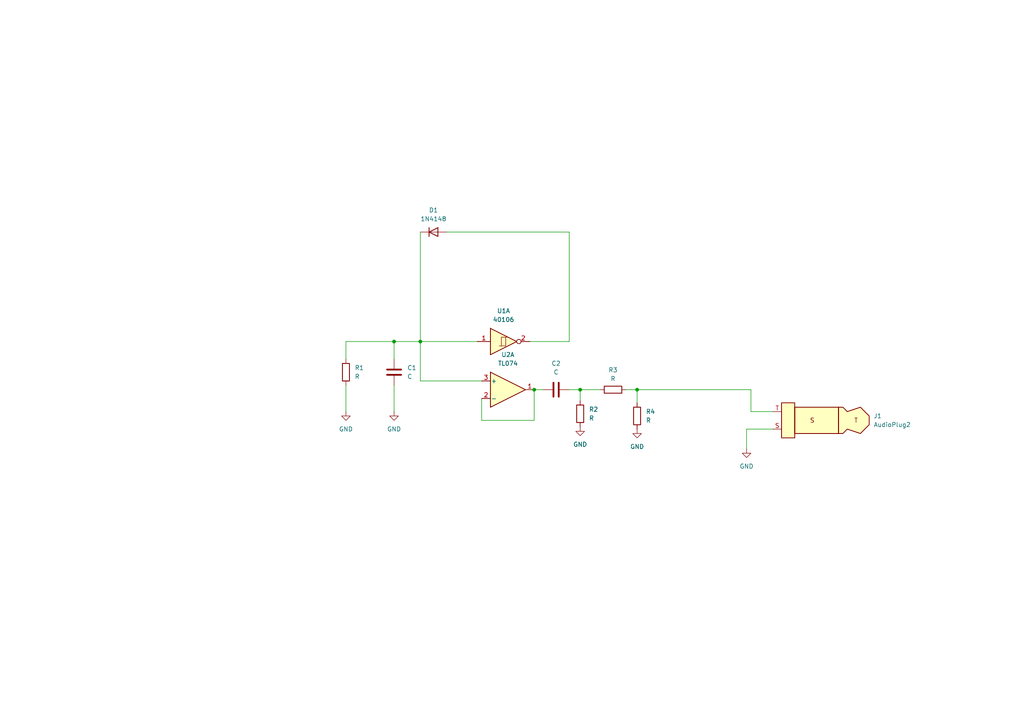
<source format=kicad_sch>
(kicad_sch (version 20230121) (generator eeschema)
  (paper "A4")
  (lib_symbols
    (symbol "4xxx:40106" (pin_names (offset 1.016))
      (property "Reference" "U" (at 0 1.27 0))
      (property "Value" "40106" (at 0 -1.27 0))
      (symbol "40106_1_0"
        (polyline (pts (xy -0.635 -1.27) (xy -0.635 1.27) (xy 0.635 1.27)))
        (polyline (pts (xy -3.81 3.81) (xy -3.81 -3.81) (xy 3.81 0) (xy -3.81 3.81)) (stroke (width 0.254)) (fill (type background)))
        (polyline (pts (xy -1.27 -1.27) (xy 0.635 -1.27) (xy 0.635 1.27) (xy 1.27 1.27)))
        (pin input line (at -7.62 0 0) (length 3.81) (name "~") (number "1"))
        (pin output inverted (at 7.62 0 180) (length 3.81) (name "~") (number "2"))
      )
      (symbol "40106_2_0"
        (polyline (pts (xy -0.635 -1.27) (xy -0.635 1.27) (xy 0.635 1.27)))
        (polyline (pts (xy -3.81 3.81) (xy -3.81 -3.81) (xy 3.81 0) (xy -3.81 3.81)) (stroke (width 0.254)) (fill (type background)))
        (polyline (pts (xy -1.27 -1.27) (xy 0.635 -1.27) (xy 0.635 1.27) (xy 1.27 1.27)))
        (pin input line (at -7.62 0 0) (length 3.81) (name "~") (number "3"))
        (pin output inverted (at 7.62 0 180) (length 3.81) (name "~") (number "4"))
      )
      (symbol "40106_3_0"
        (polyline (pts (xy -0.635 -1.27) (xy -0.635 1.27) (xy 0.635 1.27)))
        (polyline (pts (xy -3.81 3.81) (xy -3.81 -3.81) (xy 3.81 0) (xy -3.81 3.81)) (stroke (width 0.254)) (fill (type background)))
        (polyline (pts (xy -1.27 -1.27) (xy 0.635 -1.27) (xy 0.635 1.27) (xy 1.27 1.27)))
        (pin input line (at -7.62 0 0) (length 3.81) (name "~") (number "5"))
        (pin output inverted (at 7.62 0 180) (length 3.81) (name "~") (number "6"))
      )
      (symbol "40106_4_0"
        (polyline (pts (xy -0.635 -1.27) (xy -0.635 1.27) (xy 0.635 1.27)))
        (polyline (pts (xy -3.81 3.81) (xy -3.81 -3.81) (xy 3.81 0) (xy -3.81 3.81)) (stroke (width 0.254)) (fill (type background)))
        (polyline (pts (xy -1.27 -1.27) (xy 0.635 -1.27) (xy 0.635 1.27) (xy 1.27 1.27)))
        (pin output inverted (at 7.62 0 180) (length 3.81) (name "~") (number "8"))
        (pin input line (at -7.62 0 0) (length 3.81) (name "~") (number "9"))
      )
      (symbol "40106_5_0"
        (polyline (pts (xy -0.635 -1.27) (xy -0.635 1.27) (xy 0.635 1.27)))
        (polyline (pts (xy -3.81 3.81) (xy -3.81 -3.81) (xy 3.81 0) (xy -3.81 3.81)) (stroke (width 0.254)) (fill (type background)))
        (polyline (pts (xy -1.27 -1.27) (xy 0.635 -1.27) (xy 0.635 1.27) (xy 1.27 1.27)))
        (pin output inverted (at 7.62 0 180) (length 3.81) (name "~") (number "10"))
        (pin input line (at -7.62 0 0) (length 3.81) (name "~") (number "11"))
      )
      (symbol "40106_6_0"
        (polyline (pts (xy -0.635 -1.27) (xy -0.635 1.27) (xy 0.635 1.27)))
        (polyline (pts (xy -3.81 3.81) (xy -3.81 -3.81) (xy 3.81 0) (xy -3.81 3.81)) (stroke (width 0.254)) (fill (type background)))
        (polyline (pts (xy -1.27 -1.27) (xy 0.635 -1.27) (xy 0.635 1.27) (xy 1.27 1.27)))
        (pin output inverted (at 7.62 0 180) (length 3.81) (name "~") (number "12"))
        (pin input line (at -7.62 0 0) (length 3.81) (name "~") (number "13"))
      )
      (symbol "40106_7_0"
        (pin power_in line (at 0 12.7 270) (length 5.08) (name "VDD") (number "14"))
        (pin power_in line (at 0 -12.7 90) (length 5.08) (name "VSS") (number "7"))
      )
      (symbol "40106_7_1"
        (rectangle (start -5.08 7.62) (end 5.08 -7.62) (stroke (width 0.254)) (fill (type background)))
      )
    )
    (symbol "Amplifier_Operational:TL074" (pin_names (offset 0.127))
      (property "Reference" "U" (at 0 5.08 0))
      (property "Value" "TL074" (at 0 -5.08 0))
      (symbol "TL074_1_1"
        (polyline (pts (xy -5.08 5.08) (xy 5.08 0) (xy -5.08 -5.08) (xy -5.08 5.08)) (stroke (width 0.254)) (fill (type background)))
        (pin output line (at 7.62 0 180) (length 2.54) (name "~") (number "1"))
        (pin input line (at -7.62 -2.54 0) (length 2.54) (name "-") (number "2"))
        (pin input line (at -7.62 2.54 0) (length 2.54) (name "+") (number "3"))
      )
      (symbol "TL074_2_1"
        (polyline (pts (xy -5.08 5.08) (xy 5.08 0) (xy -5.08 -5.08) (xy -5.08 5.08)) (stroke (width 0.254)) (fill (type background)))
        (pin input line (at -7.62 2.54 0) (length 2.54) (name "+") (number "5"))
        (pin input line (at -7.62 -2.54 0) (length 2.54) (name "-") (number "6"))
        (pin output line (at 7.62 0 180) (length 2.54) (name "~") (number "7"))
      )
      (symbol "TL074_3_1"
        (polyline (pts (xy -5.08 5.08) (xy 5.08 0) (xy -5.08 -5.08) (xy -5.08 5.08)) (stroke (width 0.254)) (fill (type background)))
        (pin input line (at -7.62 2.54 0) (length 2.54) (name "+") (number "10"))
        (pin output line (at 7.62 0 180) (length 2.54) (name "~") (number "8"))
        (pin input line (at -7.62 -2.54 0) (length 2.54) (name "-") (number "9"))
      )
      (symbol "TL074_4_1"
        (polyline (pts (xy -5.08 5.08) (xy 5.08 0) (xy -5.08 -5.08) (xy -5.08 5.08)) (stroke (width 0.254)) (fill (type background)))
        (pin input line (at -7.62 2.54 0) (length 2.54) (name "+") (number "12"))
        (pin input line (at -7.62 -2.54 0) (length 2.54) (name "-") (number "13"))
        (pin output line (at 7.62 0 180) (length 2.54) (name "~") (number "14"))
      )
      (symbol "TL074_5_1"
        (pin power_in line (at -2.54 -7.62 90) (length 3.81) (name "V-") (number "11"))
        (pin power_in line (at -2.54 7.62 270) (length 3.81) (name "V+") (number "4"))
      )
    )
    (symbol "Connector_Audio:AudioPlug2"
      (property "Reference" "J" (at 10.16 6.35 0))
      (property "Value" "AudioPlug2" (at 10.16 -6.35 0))
      (symbol "AudioPlug2_0_0"
        (text "S" (at 3.81 0 0) (effects (font (size 1.27 1.27))))
        (text "T" (at -8.89 0 0) (effects (font (size 1.27 1.27))))
      )
      (symbol "AudioPlug2_0_1"
        (rectangle (start -3.81 3.81) (end 8.89 -3.81) (stroke (width 0.254)) (fill (type background)))
        (polyline (pts (xy -3.81 3.81) (xy -5.08 3.81) (xy -6.35 2.54) (xy -10.16 3.81) (xy -12.7 1.27) (xy -12.7 -1.27) (xy -10.16 -3.81) (xy -6.35 -2.54) (xy -5.08 -3.81) (xy -3.81 -3.81) (xy -3.81 3.81)) (stroke (width 0.254)) (fill (type background)))
        (rectangle (start 12.7 5.08) (end 8.89 -5.08) (stroke (width 0.254)) (fill (type background)))
      )
      (symbol "AudioPlug2_1_1"
        (pin passive line (at 15.24 2.54 180) (length 2.54) (name "~") (number "S"))
        (pin passive line (at 15.24 -2.54 180) (length 2.54) (name "~") (number "T"))
      )
    )
    (symbol "Device:C" (pin_numbers hide) (pin_names (offset 0.254))
      (property "Reference" "C" (at 0.635 2.54 0))
      (property "Value" "C" (at 0.635 -2.54 0))
      (symbol "C_0_1"
        (polyline (pts (xy -2.032 -0.762) (xy 2.032 -0.762)) (stroke (width 0.508)))
        (polyline (pts (xy -2.032 0.762) (xy 2.032 0.762)) (stroke (width 0.508)))
      )
      (symbol "C_1_1"
        (pin passive line (at 0 3.81 270) (length 2.794) (name "~") (number "1"))
        (pin passive line (at 0 -3.81 90) (length 2.794) (name "~") (number "2"))
      )
    )
    (symbol "Device:R" (pin_numbers hide) (pin_names (offset 0))
      (property "Reference" "R" (at 2.032 0 90))
      (property "Value" "R" (at 0 0 90))
      (symbol "R_0_1"
        (rectangle (start -1.016 -2.54) (end 1.016 2.54) (stroke (width 0.254)))
      )
      (symbol "R_1_1"
        (pin passive line (at 0 3.81 270) (length 1.27) (name "~") (number "1"))
        (pin passive line (at 0 -3.81 90) (length 1.27) (name "~") (number "2"))
      )
    )
    (symbol "Diode:1N4148" (pin_numbers hide) (pin_names hide)
      (property "Reference" "D" (at 0 2.54 0))
      (property "Value" "1N4148" (at 0 -2.54 0))
      (symbol "1N4148_0_1"
        (polyline (pts (xy -1.27 1.27) (xy -1.27 -1.27)) (stroke (width 0.254)))
        (polyline (pts (xy 1.27 0) (xy -1.27 0)))
        (polyline (pts (xy 1.27 1.27) (xy 1.27 -1.27) (xy -1.27 0) (xy 1.27 1.27)) (stroke (width 0.254)))
      )
      (symbol "1N4148_1_1"
        (pin passive line (at -3.81 0 0) (length 2.54) (name "K") (number "1"))
        (pin passive line (at 3.81 0 180) (length 2.54) (name "A") (number "2"))
      )
    )
    (symbol "power:GND" (power) (pin_names (offset 0))
      (property "Value" "GND" (at 0 -3.81 0))
      (symbol "GND_0_1"
        (polyline (pts (xy 0 0) (xy 0 -1.27) (xy 1.27 -1.27) (xy 0 -2.54) (xy -1.27 -1.27) (xy 0 -1.27)))
      )
      (symbol "GND_1_1"
        (pin power_in line (at 0 0 270) (length 0) hide (name "GND") (number "1"))
      )
    )
  )
  (junction (at 114.3 99.06))
  (junction (at 121.92 99.06))
  (junction (at 168.275 113.03))
  (junction (at 154.94 113.03))
  (junction (at 184.785 113.03))
  (wire (pts (xy 224.155 124.46) (xy 216.535 124.46)))
  (wire (pts (xy 154.94 113.03) (xy 157.48 113.03)))
  (wire (pts (xy 121.92 99.06) (xy 138.43 99.06)))
  (wire (pts (xy 165.1 113.03) (xy 168.275 113.03)))
  (wire (pts (xy 168.275 113.03) (xy 173.99 113.03)))
  (wire (pts (xy 165.1 99.06) (xy 165.1 67.31)))
  (wire (pts (xy 114.3 111.76) (xy 114.3 119.38)))
  (wire (pts (xy 154.94 121.92) (xy 139.7 121.92)))
  (wire (pts (xy 153.67 99.06) (xy 165.1 99.06)))
  (wire (pts (xy 224.155 119.38) (xy 217.805 119.38)))
  (wire (pts (xy 216.535 124.46) (xy 216.535 130.175)))
  (wire (pts (xy 184.785 113.03) (xy 184.785 116.84)))
  (wire (pts (xy 100.33 111.76) (xy 100.33 119.38)))
  (wire (pts (xy 114.3 104.14) (xy 114.3 99.06)))
  (wire (pts (xy 154.94 113.03) (xy 154.94 121.92)))
  (wire (pts (xy 114.3 99.06) (xy 121.92 99.06)))
  (wire (pts (xy 100.33 99.06) (xy 114.3 99.06)))
  (wire (pts (xy 121.92 110.49) (xy 121.92 99.06)))
  (wire (pts (xy 139.7 121.92) (xy 139.7 115.57)))
  (wire (pts (xy 217.805 119.38) (xy 217.805 113.03)))
  (wire (pts (xy 168.275 113.03) (xy 168.275 116.205)))
  (wire (pts (xy 121.92 67.31) (xy 121.92 99.06)))
  (wire (pts (xy 139.7 110.49) (xy 121.92 110.49)))
  (wire (pts (xy 184.785 113.03) (xy 217.805 113.03)))
  (wire (pts (xy 100.33 104.14) (xy 100.33 99.06)))
  (wire (pts (xy 165.1 67.31) (xy 129.54 67.31)))
  (wire (pts (xy 181.61 113.03) (xy 184.785 113.03)))
  (symbol (lib_id "power:GND") (at 100.33 119.38 0) (unit 1)
    (property "Reference" "#PWR01" (effects hide))
    (property "Value" "GND" (at 100.33 124.46 0))
  )
  (symbol (lib_id "4xxx:40106") (at 146.05 99.06 0) (unit 1)
    (property "Reference" "U1" (at 146.05 90.17 0))
    (property "Value" "40106" (at 146.05 92.71 0))
    (property "Datasheet" "https://assets.nexperia.com/documents/data-sheet/HEF40106B.pdf" (effects hide))
  )
  (symbol (lib_id "power:GND") (at 216.535 130.175 0) (unit 1)
    (property "Reference" "#PWR05" (effects hide))
    (property "Value" "GND" (at 216.535 135.255 0))
  )
  (symbol (lib_id "Device:R") (at 168.275 120.015 0) (unit 1)
    (property "Reference" "R2" (at 170.815 118.745 0) (effects (justify left)))
    (property "Value" "R" (at 170.815 121.285 0) (effects (justify left)))
  )
  (symbol (lib_id "power:GND") (at 168.275 123.825 0) (unit 1)
    (property "Reference" "#PWR03" (effects hide))
    (property "Value" "GND" (at 168.275 128.905 0))
  )
  (symbol (lib_id "Device:R") (at 100.33 107.95 0) (unit 1)
    (property "Reference" "R1" (at 102.87 106.68 0) (effects (justify left)))
    (property "Value" "R" (at 102.87 109.22 0) (effects (justify left)))
  )
  (symbol (lib_id "power:GND") (at 184.785 124.46 0) (unit 1)
    (property "Reference" "#PWR04" (effects hide))
    (property "Value" "GND" (at 184.785 129.54 0))
  )
  (symbol (lib_id "Device:C") (at 161.29 113.03 90) (unit 1)
    (property "Reference" "C2" (at 161.29 105.41 90))
    (property "Value" "C" (at 161.29 107.95 90))
  )
  (symbol (lib_id "Diode:1N4148") (at 125.73 67.31 0) (unit 1)
    (property "Reference" "D1" (at 125.73 60.96 0))
    (property "Value" "1N4148" (at 125.73 63.5 0))
    (property "Footprint" "Diode_THT:D_DO-35_SOD27_P7.62mm_Horizontal" (effects hide))
    (property "Datasheet" "https://assets.nexperia.com/documents/data-sheet/1N4148_1N4448.pdf" (effects hide))
    (property "Sim.Device" "D" (effects hide))
    (property "Sim.Pins" "1=K 2=A" (effects hide))
  )
  (symbol (lib_id "Amplifier_Operational:TL074") (at 147.32 113.03 0) (unit 1)
    (property "Reference" "U2" (at 147.32 102.87 0))
    (property "Value" "TL074" (at 147.32 105.41 0))
    (property "Datasheet" "http://www.ti.com/lit/ds/symlink/tl071.pdf" (effects hide))
  )
  (symbol (lib_id "Device:R") (at 184.785 120.65 180) (unit 1)
    (property "Reference" "R4" (at 187.325 119.38 0) (effects (justify right)))
    (property "Value" "R" (at 187.325 121.92 0) (effects (justify right)))
  )
  (symbol (lib_id "Connector_Audio:AudioPlug2") (at 239.395 121.92 180) (unit 1)
    (property "Reference" "J1" (at 253.365 120.65 0) (effects (justify right)))
    (property "Value" "AudioPlug2" (at 253.365 123.19 0) (effects (justify right)))
  )
  (symbol (lib_id "Device:C") (at 114.3 107.95 0) (unit 1)
    (property "Reference" "C1" (at 118.11 106.68 0) (effects (justify left)))
    (property "Value" "C" (at 118.11 109.22 0) (effects (justify left)))
  )
  (symbol (lib_id "power:GND") (at 114.3 119.38 0) (unit 1)
    (property "Reference" "#PWR02" (effects hide))
    (property "Value" "GND" (at 114.3 124.46 0))
  )
  (symbol (lib_id "Device:R") (at 177.8 113.03 90) (unit 1)
    (property "Reference" "R3" (at 177.8 107.315 90))
    (property "Value" "R" (at 177.8 109.855 90))
  )
)
</source>
